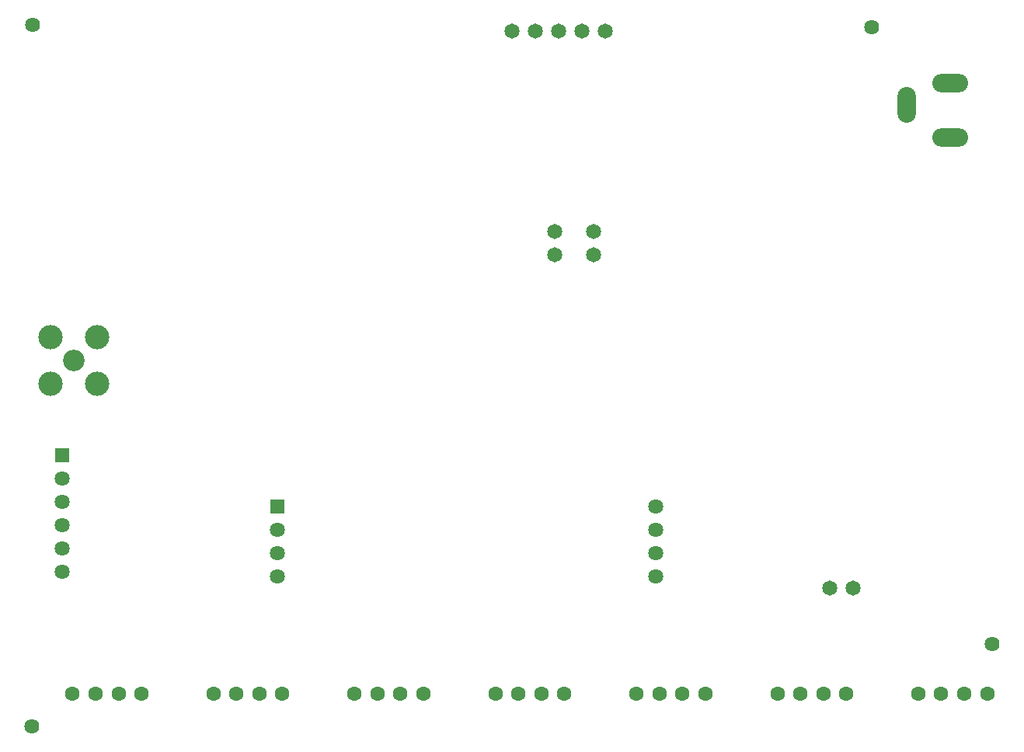
<source format=gbs>
G04*
G04 #@! TF.GenerationSoftware,Altium Limited,Altium Designer,22.5.1 (42)*
G04*
G04 Layer_Color=16711935*
%FSLAX44Y44*%
%MOMM*%
G71*
G04*
G04 #@! TF.SameCoordinates,9DAFF6D1-3FFA-4798-8E4B-9BBE38542115*
G04*
G04*
G04 #@! TF.FilePolarity,Negative*
G04*
G01*
G75*
%ADD63O,3.9016X2.0016*%
%ADD64O,2.0016X3.9016*%
%ADD65C,1.6516*%
%ADD66C,1.6016*%
%ADD67C,1.6256*%
%ADD68C,1.6316*%
%ADD69R,1.6316X1.6316*%
%ADD70R,1.6316X1.6316*%
%ADD71C,2.6516*%
%ADD72C,2.3516*%
D63*
X1018540Y663580D02*
D03*
Y722880D02*
D03*
D64*
X971240Y699580D02*
D03*
D65*
X642620Y779780D02*
D03*
X617220D02*
D03*
X591820D02*
D03*
X566420D02*
D03*
X541020D02*
D03*
X588010Y561340D02*
D03*
Y535940D02*
D03*
X629920D02*
D03*
Y561340D02*
D03*
X913130Y172720D02*
D03*
X887730D02*
D03*
D66*
X983780Y57570D02*
D03*
X1008780D02*
D03*
X1033780D02*
D03*
X1058780D02*
D03*
X830188D02*
D03*
X855188D02*
D03*
X880188D02*
D03*
X905188D02*
D03*
X676597D02*
D03*
X701597D02*
D03*
X726597D02*
D03*
X751597D02*
D03*
X369413D02*
D03*
X394413D02*
D03*
X419413D02*
D03*
X444413D02*
D03*
X523005D02*
D03*
X548005D02*
D03*
X573005D02*
D03*
X598005D02*
D03*
X215822D02*
D03*
X240822D02*
D03*
X265822D02*
D03*
X290822D02*
D03*
X62230D02*
D03*
X87230D02*
D03*
X112230D02*
D03*
X137230D02*
D03*
D67*
X933450Y783590D02*
D03*
X1064260Y111760D02*
D03*
X17780Y21590D02*
D03*
X19050Y786130D02*
D03*
D68*
X697690Y261620D02*
D03*
Y185420D02*
D03*
Y236220D02*
D03*
Y210820D02*
D03*
X50800Y266700D02*
D03*
Y292100D02*
D03*
Y215900D02*
D03*
Y241300D02*
D03*
Y190500D02*
D03*
X285490Y210820D02*
D03*
Y236220D02*
D03*
Y185420D02*
D03*
D69*
X50800Y317500D02*
D03*
D70*
X285490Y261620D02*
D03*
D71*
X88900Y394970D02*
D03*
Y445770D02*
D03*
X38100D02*
D03*
Y394970D02*
D03*
D72*
X63500Y420370D02*
D03*
M02*

</source>
